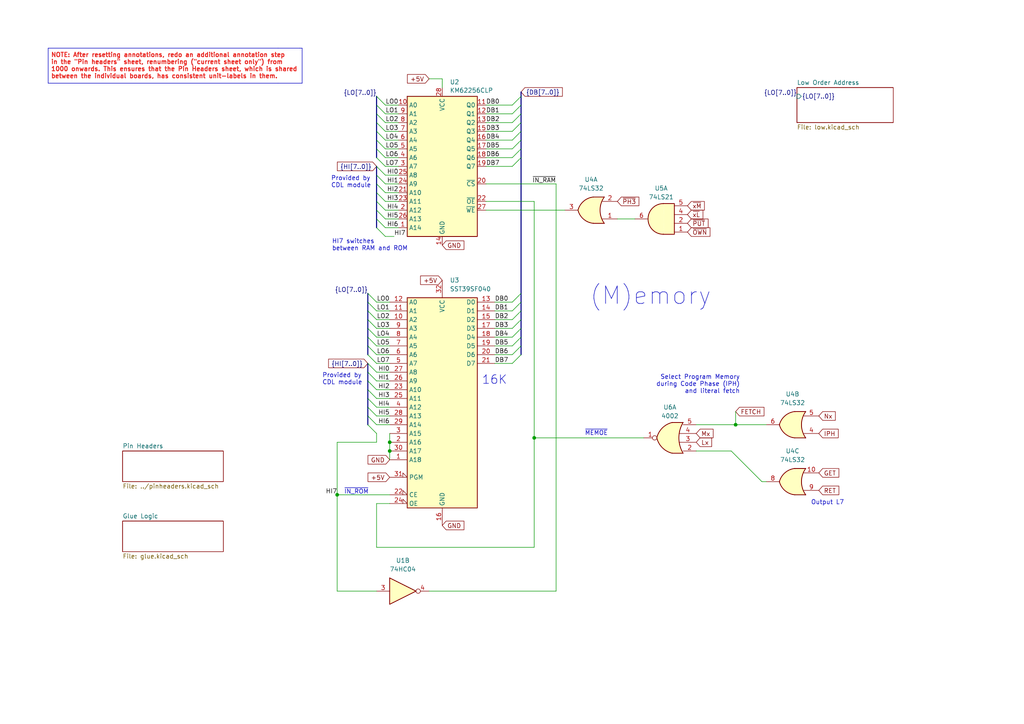
<source format=kicad_sch>
(kicad_sch (version 20231120) (generator "eeschema") (generator_version "8.0")
  (paper "A4")
  (title_block (title "Myth Microcontroller Project") (date "2024-09-21") (rev "1") (company "Picwok.com") (comment 1 "Project Contact: mim@ok-schalter.de (Michael)") (comment 2 "Author: Copyr. 2024 Michael Mangelsdorf/Dosflange@github") (comment 3 "Memory Module") (comment 4 "Main Sheet"))
  (lib_symbols
    (symbol "4xxx:4002" (pin_names (offset 1.016))
      (property "Reference" "U" (at 0 1.27 0))
      (property "Value" "4002" (at 0 -1.27 0))
      (symbol "4002_1_1"
        (arc (start -3.81 -4.445) (mid -2.5908 0) (end -3.81 4.445) (stroke (width 0.254)))
        (arc (start -0.6096 -4.445) (mid 2.2246 -2.8422) (end 3.81 0) (stroke (width 0.254)) (fill (type background)))
        (polyline (pts (xy -3.81 -4.445) (xy -0.635 -4.445)) (stroke (width 0.254)) (fill (type background)))
        (polyline (pts (xy -3.81 4.445) (xy -0.635 4.445)) (stroke (width 0.254)) (fill (type background)))
        (polyline (pts (xy -0.635 4.445) (xy -3.81 4.445) (xy -3.81 4.445) (xy -3.6322 4.0894) (xy -3.0988 2.921) (xy -2.7686 1.6764) (xy -2.6162 0.4318) (xy -2.6416 -0.8636) (xy -2.8702 -2.1082) (xy -3.2512 -3.3274) (xy -3.81 -4.445) (xy -3.81 -4.445) (xy -0.635 -4.445)) (stroke (width -25.4)) (fill (type background)))
        (arc (start 3.81 0) (mid 2.2204 2.8379) (end -0.6096 4.445) (stroke (width 0.254)) (fill (type background)))
        (pin output inverted (at 7.62 0 180) (length 3.81) (name "~") (number "1"))
        (pin input line (at -7.62 3.81 0) (length 3.81) (name "~") (number "2"))
        (pin input line (at -7.62 1.27 0) (length 4.826) (name "~") (number "3"))
        (pin input line (at -7.62 -1.27 0) (length 4.826) (name "~") (number "4"))
        (pin input line (at -7.62 -3.81 0) (length 3.81) (name "~") (number "5"))
      )
      (symbol "4002_1_2"
        (arc (start -0.635 -4.445) (mid 3.7907 0) (end -0.635 4.445) (stroke (width 0.254)) (fill (type background)))
        (polyline (pts (xy -0.635 4.445) (xy -3.81 4.445) (xy -3.81 -4.445) (xy -0.635 -4.445)) (stroke (width 0.254)) (fill (type background)))
        (pin output line (at 7.62 0 180) (length 3.81) (name "~") (number "1"))
        (pin input inverted (at -7.62 3.81 0) (length 3.81) (name "~") (number "2"))
        (pin input inverted (at -7.62 1.27 0) (length 3.81) (name "~") (number "3"))
        (pin input inverted (at -7.62 -1.27 0) (length 3.81) (name "~") (number "4"))
        (pin input inverted (at -7.62 -3.81 0) (length 3.81) (name "~") (number "5"))
      )
      (symbol "4002_2_1"
        (arc (start -3.81 -4.445) (mid -2.5908 0) (end -3.81 4.445) (stroke (width 0.254)))
        (arc (start -0.6096 -4.445) (mid 2.2246 -2.8422) (end 3.81 0) (stroke (width 0.254)) (fill (type background)))
        (polyline (pts (xy -3.81 -4.445) (xy -0.635 -4.445)) (stroke (width 0.254)) (fill (type background)))
        (polyline (pts (xy -3.81 4.445) (xy -0.635 4.445)) (stroke (width 0.254)) (fill (type background)))
        (polyline (pts (xy -0.635 4.445) (xy -3.81 4.445) (xy -3.81 4.445) (xy -3.6322 4.0894) (xy -3.0988 2.921) (xy -2.7686 1.6764) (xy -2.6162 0.4318) (xy -2.6416 -0.8636) (xy -2.8702 -2.1082) (xy -3.2512 -3.3274) (xy -3.81 -4.445) (xy -3.81 -4.445) (xy -0.635 -4.445)) (stroke (width -25.4)) (fill (type background)))
        (arc (start 3.81 0) (mid 2.2204 2.8379) (end -0.6096 4.445) (stroke (width 0.254)) (fill (type background)))
        (pin input line (at -7.62 1.27 0) (length 4.826) (name "~") (number "10"))
        (pin input line (at -7.62 -1.27 0) (length 4.826) (name "~") (number "11"))
        (pin input line (at -7.62 -3.81 0) (length 3.81) (name "~") (number "12"))
        (pin output inverted (at 7.62 0 180) (length 3.81) (name "~") (number "13"))
        (pin input line (at -7.62 3.81 0) (length 3.81) (name "~") (number "9"))
      )
      (symbol "4002_2_2"
        (arc (start -0.635 -4.445) (mid 3.7907 0) (end -0.635 4.445) (stroke (width 0.254)) (fill (type background)))
        (polyline (pts (xy -0.635 4.445) (xy -3.81 4.445) (xy -3.81 -4.445) (xy -0.635 -4.445)) (stroke (width 0.254)) (fill (type background)))
        (pin input inverted (at -7.62 1.27 0) (length 3.81) (name "~") (number "10"))
        (pin input inverted (at -7.62 -1.27 0) (length 3.81) (name "~") (number "11"))
        (pin input inverted (at -7.62 -3.81 0) (length 3.81) (name "~") (number "12"))
        (pin output line (at 7.62 0 180) (length 3.81) (name "~") (number "13"))
        (pin input inverted (at -7.62 3.81 0) (length 3.81) (name "~") (number "9"))
      )
      (symbol "4002_3_0"
        (pin power_in line (at 0 12.7 270) (length 5.08) (name "VDD") (number "14"))
        (pin power_in line (at 0 -12.7 90) (length 5.08) (name "VSS") (number "7"))
      )
      (symbol "4002_3_1"
        (rectangle (start -5.08 7.62) (end 5.08 -7.62) (stroke (width 0.254)) (fill (type background)))
      )
    )
    (symbol "74xx:74HC04"
      (property "Reference" "U" (at 0 1.27 0))
      (property "Value" "74HC04" (at 0 -1.27 0))
      (symbol "74HC04_1_0"
        (polyline (pts (xy -3.81 3.81) (xy -3.81 -3.81) (xy 3.81 0) (xy -3.81 3.81)) (stroke (width 0.254)) (fill (type background)))
        (pin input line (at -7.62 0 0) (length 3.81) (name "~") (number "1"))
        (pin output inverted (at 7.62 0 180) (length 3.81) (name "~") (number "2"))
      )
      (symbol "74HC04_2_0"
        (polyline (pts (xy -3.81 3.81) (xy -3.81 -3.81) (xy 3.81 0) (xy -3.81 3.81)) (stroke (width 0.254)) (fill (type background)))
        (pin input line (at -7.62 0 0) (length 3.81) (name "~") (number "3"))
        (pin output inverted (at 7.62 0 180) (length 3.81) (name "~") (number "4"))
      )
      (symbol "74HC04_3_0"
        (polyline (pts (xy -3.81 3.81) (xy -3.81 -3.81) (xy 3.81 0) (xy -3.81 3.81)) (stroke (width 0.254)) (fill (type background)))
        (pin input line (at -7.62 0 0) (length 3.81) (name "~") (number "5"))
        (pin output inverted (at 7.62 0 180) (length 3.81) (name "~") (number "6"))
      )
      (symbol "74HC04_4_0"
        (polyline (pts (xy -3.81 3.81) (xy -3.81 -3.81) (xy 3.81 0) (xy -3.81 3.81)) (stroke (width 0.254)) (fill (type background)))
        (pin output inverted (at 7.62 0 180) (length 3.81) (name "~") (number "8"))
        (pin input line (at -7.62 0 0) (length 3.81) (name "~") (number "9"))
      )
      (symbol "74HC04_5_0"
        (polyline (pts (xy -3.81 3.81) (xy -3.81 -3.81) (xy 3.81 0) (xy -3.81 3.81)) (stroke (width 0.254)) (fill (type background)))
        (pin output inverted (at 7.62 0 180) (length 3.81) (name "~") (number "10"))
        (pin input line (at -7.62 0 0) (length 3.81) (name "~") (number "11"))
      )
      (symbol "74HC04_6_0"
        (polyline (pts (xy -3.81 3.81) (xy -3.81 -3.81) (xy 3.81 0) (xy -3.81 3.81)) (stroke (width 0.254)) (fill (type background)))
        (pin output inverted (at 7.62 0 180) (length 3.81) (name "~") (number "12"))
        (pin input line (at -7.62 0 0) (length 3.81) (name "~") (number "13"))
      )
      (symbol "74HC04_7_0"
        (pin power_in line (at 0 12.7 270) (length 5.08) (name "VCC") (number "14"))
        (pin power_in line (at 0 -12.7 90) (length 5.08) (name "GND") (number "7"))
      )
      (symbol "74HC04_7_1"
        (rectangle (start -5.08 7.62) (end 5.08 -7.62) (stroke (width 0.254)) (fill (type background)))
      )
    )
    (symbol "74xx:74LS21" (pin_names (offset 1.016))
      (property "Reference" "U" (at 0 1.27 0))
      (property "Value" "74LS21" (at 0 -1.27 0))
      (symbol "74LS21_1_1"
        (arc (start -0.635 -4.445) (mid 3.7907 0) (end -0.635 4.445) (stroke (width 0.254)) (fill (type background)))
        (polyline (pts (xy -0.635 4.445) (xy -3.81 4.445) (xy -3.81 -4.445) (xy -0.635 -4.445)) (stroke (width 0.254)) (fill (type background)))
        (pin input line (at -7.62 3.81 0) (length 3.81) (name "~") (number "1"))
        (pin input line (at -7.62 1.27 0) (length 3.81) (name "~") (number "2"))
        (pin input line (at -7.62 -1.27 0) (length 3.81) (name "~") (number "4"))
        (pin input line (at -7.62 -3.81 0) (length 3.81) (name "~") (number "5"))
        (pin output line (at 7.62 0 180) (length 3.81) (name "~") (number "6"))
      )
      (symbol "74LS21_1_2"
        (arc (start -3.81 -4.445) (mid -2.5908 0) (end -3.81 4.445) (stroke (width 0.254)))
        (arc (start -0.6096 -4.445) (mid 2.2246 -2.8422) (end 3.81 0) (stroke (width 0.254)) (fill (type background)))
        (polyline (pts (xy -3.81 -4.445) (xy -0.635 -4.445)) (stroke (width 0.254)) (fill (type background)))
        (polyline (pts (xy -3.81 4.445) (xy -0.635 4.445)) (stroke (width 0.254)) (fill (type background)))
        (polyline (pts (xy -0.635 4.445) (xy -3.81 4.445) (xy -3.81 4.445) (xy -3.6322 4.0894) (xy -3.0988 2.921) (xy -2.7686 1.6764) (xy -2.6162 0.4318) (xy -2.6416 -0.8636) (xy -2.8702 -2.1082) (xy -3.2512 -3.3274) (xy -3.81 -4.445) (xy -3.81 -4.445) (xy -0.635 -4.445)) (stroke (width -25.4)) (fill (type background)))
        (arc (start 3.81 0) (mid 2.2204 2.8379) (end -0.6096 4.445) (stroke (width 0.254)) (fill (type background)))
        (pin input inverted (at -7.62 3.81 0) (length 3.81) (name "~") (number "1"))
        (pin input inverted (at -7.62 1.27 0) (length 4.826) (name "~") (number "2"))
        (pin input inverted (at -7.62 -1.27 0) (length 4.826) (name "~") (number "4"))
        (pin input inverted (at -7.62 -3.81 0) (length 3.81) (name "~") (number "5"))
        (pin output inverted (at 7.62 0 180) (length 3.81) (name "~") (number "6"))
      )
      (symbol "74LS21_2_1"
        (arc (start -0.635 -4.445) (mid 3.7907 0) (end -0.635 4.445) (stroke (width 0.254)) (fill (type background)))
        (polyline (pts (xy -0.635 4.445) (xy -3.81 4.445) (xy -3.81 -4.445) (xy -0.635 -4.445)) (stroke (width 0.254)) (fill (type background)))
        (pin input line (at -7.62 1.27 0) (length 3.81) (name "~") (number "10"))
        (pin input line (at -7.62 -1.27 0) (length 3.81) (name "~") (number "12"))
        (pin input line (at -7.62 -3.81 0) (length 3.81) (name "~") (number "13"))
        (pin output line (at 7.62 0 180) (length 3.81) (name "~") (number "8"))
        (pin input line (at -7.62 3.81 0) (length 3.81) (name "~") (number "9"))
      )
      (symbol "74LS21_2_2"
        (arc (start -3.81 -4.445) (mid -2.5908 0) (end -3.81 4.445) (stroke (width 0.254)))
        (arc (start -0.6096 -4.445) (mid 2.2246 -2.8422) (end 3.81 0) (stroke (width 0.254)) (fill (type background)))
        (polyline (pts (xy -3.81 -4.445) (xy -0.635 -4.445)) (stroke (width 0.254)) (fill (type background)))
        (polyline (pts (xy -3.81 4.445) (xy -0.635 4.445)) (stroke (width 0.254)) (fill (type background)))
        (polyline (pts (xy -0.635 4.445) (xy -3.81 4.445) (xy -3.81 4.445) (xy -3.6322 4.0894) (xy -3.0988 2.921) (xy -2.7686 1.6764) (xy -2.6162 0.4318) (xy -2.6416 -0.8636) (xy -2.8702 -2.1082) (xy -3.2512 -3.3274) (xy -3.81 -4.445) (xy -3.81 -4.445) (xy -0.635 -4.445)) (stroke (width -25.4)) (fill (type background)))
        (arc (start 3.81 0) (mid 2.2204 2.8379) (end -0.6096 4.445) (stroke (width 0.254)) (fill (type background)))
        (pin input inverted (at -7.62 1.27 0) (length 4.826) (name "~") (number "10"))
        (pin input inverted (at -7.62 -1.27 0) (length 4.826) (name "~") (number "12"))
        (pin input inverted (at -7.62 -3.81 0) (length 3.81) (name "~") (number "13"))
        (pin output inverted (at 7.62 0 180) (length 3.81) (name "~") (number "8"))
        (pin input inverted (at -7.62 3.81 0) (length 3.81) (name "~") (number "9"))
      )
      (symbol "74LS21_3_0"
        (pin power_in line (at 0 12.7 270) (length 5.08) (name "VCC") (number "14"))
        (pin power_in line (at 0 -12.7 90) (length 5.08) (name "GND") (number "7"))
      )
      (symbol "74LS21_3_1"
        (rectangle (start -5.08 7.62) (end 5.08 -7.62) (stroke (width 0.254)) (fill (type background)))
      )
    )
    (symbol "74xx:74LS32" (pin_names (offset 1.016))
      (property "Reference" "U" (at 0 1.27 0))
      (property "Value" "74LS32" (at 0 -1.27 0))
      (symbol "74LS32_1_1"
        (arc (start -3.81 -3.81) (mid -2.589 0) (end -3.81 3.81) (stroke (width 0.254)))
        (arc (start -0.6096 -3.81) (mid 2.1855 -2.584) (end 3.81 0) (stroke (width 0.254)) (fill (type background)))
        (polyline (pts (xy -3.81 -3.81) (xy -0.635 -3.81)) (stroke (width 0.254)) (fill (type background)))
        (polyline (pts (xy -3.81 3.81) (xy -0.635 3.81)) (stroke (width 0.254)) (fill (type background)))
        (polyline (pts (xy -0.635 3.81) (xy -3.81 3.81) (xy -3.81 3.81) (xy -3.556 3.4036) (xy -3.0226 2.2606) (xy -2.6924 1.0414) (xy -2.6162 -0.254) (xy -2.7686 -1.4986) (xy -3.175 -2.7178) (xy -3.81 -3.81) (xy -3.81 -3.81) (xy -0.635 -3.81)) (stroke (width -25.4)) (fill (type background)))
        (arc (start 3.81 0) (mid 2.1928 2.5925) (end -0.6096 3.81) (stroke (width 0.254)) (fill (type background)))
        (pin input line (at -7.62 2.54 0) (length 4.318) (name "~") (number "1"))
        (pin input line (at -7.62 -2.54 0) (length 4.318) (name "~") (number "2"))
        (pin output line (at 7.62 0 180) (length 3.81) (name "~") (number "3"))
      )
      (symbol "74LS32_1_2"
        (arc (start 0 -3.81) (mid 3.7934 0) (end 0 3.81) (stroke (width 0.254)) (fill (type background)))
        (polyline (pts (xy 0 3.81) (xy -3.81 3.81) (xy -3.81 -3.81) (xy 0 -3.81)) (stroke (width 0.254)) (fill (type background)))
        (pin input inverted (at -7.62 2.54 0) (length 3.81) (name "~") (number "1"))
        (pin input inverted (at -7.62 -2.54 0) (length 3.81) (name "~") (number "2"))
        (pin output inverted (at 7.62 0 180) (length 3.81) (name "~") (number "3"))
      )
      (symbol "74LS32_2_1"
        (arc (start -3.81 -3.81) (mid -2.589 0) (end -3.81 3.81) (stroke (width 0.254)))
        (arc (start -0.6096 -3.81) (mid 2.1855 -2.584) (end 3.81 0) (stroke (width 0.254)) (fill (type background)))
        (polyline (pts (xy -3.81 -3.81) (xy -0.635 -3.81)) (stroke (width 0.254)) (fill (type background)))
        (polyline (pts (xy -3.81 3.81) (xy -0.635 3.81)) (stroke (width 0.254)) (fill (type background)))
        (polyline (pts (xy -0.635 3.81) (xy -3.81 3.81) (xy -3.81 3.81) (xy -3.556 3.4036) (xy -3.0226 2.2606) (xy -2.6924 1.0414) (xy -2.6162 -0.254) (xy -2.7686 -1.4986) (xy -3.175 -2.7178) (xy -3.81 -3.81) (xy -3.81 -3.81) (xy -0.635 -3.81)) (stroke (width -25.4)) (fill (type background)))
        (arc (start 3.81 0) (mid 2.1928 2.5925) (end -0.6096 3.81) (stroke (width 0.254)) (fill (type background)))
        (pin input line (at -7.62 2.54 0) (length 4.318) (name "~") (number "4"))
        (pin input line (at -7.62 -2.54 0) (length 4.318) (name "~") (number "5"))
        (pin output line (at 7.62 0 180) (length 3.81) (name "~") (number "6"))
      )
      (symbol "74LS32_2_2"
        (arc (start 0 -3.81) (mid 3.7934 0) (end 0 3.81) (stroke (width 0.254)) (fill (type background)))
        (polyline (pts (xy 0 3.81) (xy -3.81 3.81) (xy -3.81 -3.81) (xy 0 -3.81)) (stroke (width 0.254)) (fill (type background)))
        (pin input inverted (at -7.62 2.54 0) (length 3.81) (name "~") (number "4"))
        (pin input inverted (at -7.62 -2.54 0) (length 3.81) (name "~") (number "5"))
        (pin output inverted (at 7.62 0 180) (length 3.81) (name "~") (number "6"))
      )
      (symbol "74LS32_3_1"
        (arc (start -3.81 -3.81) (mid -2.589 0) (end -3.81 3.81) (stroke (width 0.254)))
        (arc (start -0.6096 -3.81) (mid 2.1855 -2.584) (end 3.81 0) (stroke (width 0.254)) (fill (type background)))
        (polyline (pts (xy -3.81 -3.81) (xy -0.635 -3.81)) (stroke (width 0.254)) (fill (type background)))
        (polyline (pts (xy -3.81 3.81) (xy -0.635 3.81)) (stroke (width 0.254)) (fill (type background)))
        (polyline (pts (xy -0.635 3.81) (xy -3.81 3.81) (xy -3.81 3.81) (xy -3.556 3.4036) (xy -3.0226 2.2606) (xy -2.6924 1.0414) (xy -2.6162 -0.254) (xy -2.7686 -1.4986) (xy -3.175 -2.7178) (xy -3.81 -3.81) (xy -3.81 -3.81) (xy -0.635 -3.81)) (stroke (width -25.4)) (fill (type background)))
        (arc (start 3.81 0) (mid 2.1928 2.5925) (end -0.6096 3.81) (stroke (width 0.254)) (fill (type background)))
        (pin input line (at -7.62 -2.54 0) (length 4.318) (name "~") (number "10"))
        (pin output line (at 7.62 0 180) (length 3.81) (name "~") (number "8"))
        (pin input line (at -7.62 2.54 0) (length 4.318) (name "~") (number "9"))
      )
      (symbol "74LS32_3_2"
        (arc (start 0 -3.81) (mid 3.7934 0) (end 0 3.81) (stroke (width 0.254)) (fill (type background)))
        (polyline (pts (xy 0 3.81) (xy -3.81 3.81) (xy -3.81 -3.81) (xy 0 -3.81)) (stroke (width 0.254)) (fill (type background)))
        (pin input inverted (at -7.62 -2.54 0) (length 3.81) (name "~") (number "10"))
        (pin output inverted (at 7.62 0 180) (length 3.81) (name "~") (number "8"))
        (pin input inverted (at -7.62 2.54 0) (length 3.81) (name "~") (number "9"))
      )
      (symbol "74LS32_4_1"
        (arc (start -3.81 -3.81) (mid -2.589 0) (end -3.81 3.81) (stroke (width 0.254)))
        (arc (start -0.6096 -3.81) (mid 2.1855 -2.584) (end 3.81 0) (stroke (width 0.254)) (fill (type background)))
        (polyline (pts (xy -3.81 -3.81) (xy -0.635 -3.81)) (stroke (width 0.254)) (fill (type background)))
        (polyline (pts (xy -3.81 3.81) (xy -0.635 3.81)) (stroke (width 0.254)) (fill (type background)))
        (polyline (pts (xy -0.635 3.81) (xy -3.81 3.81) (xy -3.81 3.81) (xy -3.556 3.4036) (xy -3.0226 2.2606) (xy -2.6924 1.0414) (xy -2.6162 -0.254) (xy -2.7686 -1.4986) (xy -3.175 -2.7178) (xy -3.81 -3.81) (xy -3.81 -3.81) (xy -0.635 -3.81)) (stroke (width -25.4)) (fill (type background)))
        (arc (start 3.81 0) (mid 2.1928 2.5925) (end -0.6096 3.81) (stroke (width 0.254)) (fill (type background)))
        (pin output line (at 7.62 0 180) (length 3.81) (name "~") (number "11"))
        (pin input line (at -7.62 2.54 0) (length 4.318) (name "~") (number "12"))
        (pin input line (at -7.62 -2.54 0) (length 4.318) (name "~") (number "13"))
      )
      (symbol "74LS32_4_2"
        (arc (start 0 -3.81) (mid 3.7934 0) (end 0 3.81) (stroke (width 0.254)) (fill (type background)))
        (polyline (pts (xy 0 3.81) (xy -3.81 3.81) (xy -3.81 -3.81) (xy 0 -3.81)) (stroke (width 0.254)) (fill (type background)))
        (pin output inverted (at 7.62 0 180) (length 3.81) (name "~") (number "11"))
        (pin input inverted (at -7.62 2.54 0) (length 3.81) (name "~") (number "12"))
        (pin input inverted (at -7.62 -2.54 0) (length 3.81) (name "~") (number "13"))
      )
      (symbol "74LS32_5_0"
        (pin power_in line (at 0 12.7 270) (length 5.08) (name "VCC") (number "14"))
        (pin power_in line (at 0 -12.7 90) (length 5.08) (name "GND") (number "7"))
      )
      (symbol "74LS32_5_1"
        (rectangle (start -5.08 7.62) (end 5.08 -7.62) (stroke (width 0.254)) (fill (type background)))
      )
    )
    (symbol "Memory_RAM:KM62256CLP"
      (property "Reference" "U" (at -10.16 20.955 0))
      (property "Value" "KM62256CLP" (at 2.54 20.955 0))
      (symbol "KM62256CLP_0_0"
        (pin power_in line (at 0 -22.86 90) (length 2.54) (name "GND") (number "14"))
        (pin power_in line (at 0 22.86 270) (length 2.54) (name "VCC") (number "28"))
      )
      (symbol "KM62256CLP_0_1"
        (rectangle (start -10.16 20.32) (end 10.16 -20.32) (stroke (width 0.254)) (fill (type background)))
      )
      (symbol "KM62256CLP_1_1"
        (pin input line (at -12.7 -17.78 0) (length 2.54) (name "A14") (number "1"))
        (pin input line (at -12.7 17.78 0) (length 2.54) (name "A0") (number "10"))
        (pin tri_state line (at 12.7 17.78 180) (length 2.54) (name "Q0") (number "11"))
        (pin tri_state line (at 12.7 15.24 180) (length 2.54) (name "Q1") (number "12"))
        (pin tri_state line (at 12.7 12.7 180) (length 2.54) (name "Q2") (number "13"))
        (pin tri_state line (at 12.7 10.16 180) (length 2.54) (name "Q3") (number "15"))
        (pin tri_state line (at 12.7 7.62 180) (length 2.54) (name "Q4") (number "16"))
        (pin tri_state line (at 12.7 5.08 180) (length 2.54) (name "Q5") (number "17"))
        (pin tri_state line (at 12.7 2.54 180) (length 2.54) (name "Q6") (number "18"))
        (pin tri_state line (at 12.7 0 180) (length 2.54) (name "Q7") (number "19"))
        (pin input line (at -12.7 -12.7 0) (length 2.54) (name "A12") (number "2"))
        (pin input line (at 12.7 -5.08 180) (length 2.54) (name "~{CS}") (number "20"))
        (pin input line (at -12.7 -7.62 0) (length 2.54) (name "A10") (number "21"))
        (pin input line (at 12.7 -10.16 180) (length 2.54) (name "~{OE}") (number "22"))
        (pin input line (at -12.7 -10.16 0) (length 2.54) (name "A11") (number "23"))
        (pin input line (at -12.7 -5.08 0) (length 2.54) (name "A9") (number "24"))
        (pin input line (at -12.7 -2.54 0) (length 2.54) (name "A8") (number "25"))
        (pin input line (at -12.7 -15.24 0) (length 2.54) (name "A13") (number "26"))
        (pin input line (at 12.7 -12.7 180) (length 2.54) (name "~{WE}") (number "27"))
        (pin input line (at -12.7 0 0) (length 2.54) (name "A7") (number "3"))
        (pin input line (at -12.7 2.54 0) (length 2.54) (name "A6") (number "4"))
        (pin input line (at -12.7 5.08 0) (length 2.54) (name "A5") (number "5"))
        (pin input line (at -12.7 7.62 0) (length 2.54) (name "A4") (number "6"))
        (pin input line (at -12.7 10.16 0) (length 2.54) (name "A3") (number "7"))
        (pin input line (at -12.7 12.7 0) (length 2.54) (name "A2") (number "8"))
        (pin input line (at -12.7 15.24 0) (length 2.54) (name "A1") (number "9"))
      )
    )
    (symbol "SST39SF040_1"
      (property "Reference" "U" (at 2.54 33.02 0))
      (property "Value" "SST39SF040" (at 0 -30.48 0))
      (symbol "SST39SF040_1_0_0"
        (pin power_in line (at 0 -34.29 90) (length 5.08) (name "GND") (number "16"))
        (pin power_in line (at 0 36.83 270) (length 5.08) (name "VCC") (number "32"))
      )
      (symbol "SST39SF040_1_0_1"
        (rectangle (start -10.16 31.75) (end 10.16 -29.21) (stroke (width 0.254)) (fill (type background)))
      )
      (symbol "SST39SF040_1_1_1"
        (pin input line (at -15.24 -15.24 0) (length 5.08) (name "A18") (number "1"))
        (pin input line (at -15.24 25.4 0) (length 5.08) (name "A2") (number "10"))
        (pin input line (at -15.24 27.94 0) (length 5.08) (name "A1") (number "11"))
        (pin input line (at -15.24 30.48 0) (length 5.08) (name "A0") (number "12"))
        (pin tri_state line (at 15.24 30.48 180) (length 5.08) (name "D0") (number "13"))
        (pin tri_state line (at 15.24 27.94 180) (length 5.08) (name "D1") (number "14"))
        (pin tri_state line (at 15.24 25.4 180) (length 5.08) (name "D2") (number "15"))
        (pin tri_state line (at 15.24 22.86 180) (length 5.08) (name "D3") (number "17"))
        (pin tri_state line (at 15.24 20.32 180) (length 5.08) (name "D4") (number "18"))
        (pin tri_state line (at 15.24 17.78 180) (length 5.08) (name "D5") (number "19"))
        (pin input line (at -15.24 -10.16 0) (length 5.08) (name "A16") (number "2"))
        (pin tri_state line (at 15.24 15.24 180) (length 5.08) (name "D6") (number "20"))
        (pin tri_state line (at 15.24 12.7 180) (length 5.08) (name "D7") (number "21"))
        (pin input input_low (at -15.24 -25.4 0) (length 5.08) (name "CE") (number "22"))
        (pin input line (at -15.24 5.08 0) (length 5.08) (name "A10") (number "23"))
        (pin input input_low (at -15.24 -27.94 0) (length 5.08) (name "OE") (number "24"))
        (pin input line (at -15.24 2.54 0) (length 5.08) (name "A11") (number "25"))
        (pin input line (at -15.24 7.62 0) (length 5.08) (name "A9") (number "26"))
        (pin input line (at -15.24 10.16 0) (length 5.08) (name "A8") (number "27"))
        (pin input line (at -15.24 -2.54 0) (length 5.08) (name "A13") (number "28"))
        (pin input line (at -15.24 -5.08 0) (length 5.08) (name "A14") (number "29"))
        (pin input line (at -15.24 -7.62 0) (length 5.08) (name "A15") (number "3"))
        (pin input line (at -15.24 -12.7 0) (length 5.08) (name "A17") (number "30"))
        (pin input input_low (at -15.24 -20.32 0) (length 5.08) (name "PGM") (number "31"))
        (pin input line (at -15.24 0 0) (length 5.08) (name "A12") (number "4"))
        (pin input line (at -15.24 12.7 0) (length 5.08) (name "A7") (number "5"))
        (pin input line (at -15.24 15.24 0) (length 5.08) (name "A6") (number "6"))
        (pin input line (at -15.24 17.78 0) (length 5.08) (name "A5") (number "7"))
        (pin input line (at -15.24 20.32 0) (length 5.08) (name "A4") (number "8"))
        (pin input line (at -15.24 22.86 0) (length 5.08) (name "A3") (number "9"))
      )
    )
  )
  (junction (at 213.36 123.19))
  (junction (at 154.94 127))
  (junction (at 113.03 130.81))
  (junction (at 97.79 143.51))
  (junction (at 113.03 128.27))
  (bus_entry (at 109.22 87.63) (size -2.54 -2.54))
  (bus_entry (at 148.59 48.26) (size 2.54 -2.54))
  (bus_entry (at 148.59 97.79) (size 2.54 -2.54))
  (bus_entry (at 111.76 48.26) (size -2.54 -2.54))
  (bus_entry (at 109.22 120.65) (size -2.54 -2.54))
  (bus_entry (at 148.59 43.18) (size 2.54 -2.54))
  (bus_entry (at 148.59 33.02) (size 2.54 -2.54))
  (bus_entry (at 111.76 68.58) (size -2.54 -2.54))
  (bus_entry (at 109.22 102.87) (size -2.54 -2.54))
  (bus_entry (at 148.59 40.64) (size 2.54 -2.54))
  (bus_entry (at 148.59 92.71) (size 2.54 -2.54))
  (bus_entry (at 148.59 45.72) (size 2.54 -2.54))
  (bus_entry (at 111.76 55.88) (size -2.54 -2.54))
  (bus_entry (at 109.22 118.11) (size -2.54 -2.54))
  (bus_entry (at 109.22 105.41) (size -2.54 -2.54))
  (bus_entry (at 111.76 50.8) (size -2.54 -2.54))
  (bus_entry (at 109.22 107.95) (size -2.54 -2.54))
  (bus_entry (at 109.22 92.71) (size -2.54 -2.54))
  (bus_entry (at 148.59 90.17) (size 2.54 -2.54))
  (bus_entry (at 109.22 100.33) (size -2.54 -2.54))
  (bus_entry (at 111.76 33.02) (size -2.54 -2.54))
  (bus_entry (at 111.76 30.48) (size -2.54 -2.54))
  (bus_entry (at 148.59 100.33) (size 2.54 -2.54))
  (bus_entry (at 111.76 45.72) (size -2.54 -2.54))
  (bus_entry (at 109.22 123.19) (size -2.54 -2.54))
  (bus_entry (at 148.59 95.25) (size 2.54 -2.54))
  (bus_entry (at 109.22 97.79) (size -2.54 -2.54))
  (bus_entry (at 111.76 66.04) (size -2.54 -2.54))
  (bus_entry (at 111.76 43.18) (size -2.54 -2.54))
  (bus_entry (at 109.22 95.25) (size -2.54 -2.54))
  (bus_entry (at 111.76 60.96) (size -2.54 -2.54))
  (bus_entry (at 148.59 30.48) (size 2.54 -2.54))
  (bus_entry (at 109.22 115.57) (size -2.54 -2.54))
  (bus_entry (at 148.59 102.87) (size 2.54 -2.54))
  (bus_entry (at 109.22 90.17) (size -2.54 -2.54))
  (bus_entry (at 109.22 125.73) (size -2.54 -2.54))
  (bus_entry (at 109.22 110.49) (size -2.54 -2.54))
  (bus_entry (at 111.76 58.42) (size -2.54 -2.54))
  (bus_entry (at 148.59 105.41) (size 2.54 -2.54))
  (bus_entry (at 111.76 63.5) (size -2.54 -2.54))
  (bus_entry (at 148.59 35.56) (size 2.54 -2.54))
  (bus_entry (at 111.76 35.56) (size -2.54 -2.54))
  (bus_entry (at 148.59 87.63) (size 2.54 -2.54))
  (bus_entry (at 109.22 113.03) (size -2.54 -2.54))
  (bus_entry (at 148.59 38.1) (size 2.54 -2.54))
  (bus_entry (at 111.76 40.64) (size -2.54 -2.54))
  (bus_entry (at 111.76 53.34) (size -2.54 -2.54))
  (bus_entry (at 111.76 38.1) (size -2.54 -2.54))
  (bus (pts (xy 106.68 85.09) (xy 106.68 87.63)))
  (wire (pts (xy 109.22 146.05) (xy 113.03 146.05)))
  (wire (pts (xy 140.97 60.96) (xy 163.83 60.96)))
  (wire (pts (xy 109.22 158.75) (xy 109.22 146.05)))
  (wire (pts (xy 111.76 43.18) (xy 115.57 43.18)))
  (bus (pts (xy 109.22 50.8) (xy 109.22 53.34)))
  (bus (pts (xy 106.68 105.41) (xy 106.68 107.95)))
  (bus (pts (xy 151.13 45.72) (xy 151.13 85.09)))
  (wire (pts (xy 109.22 90.17) (xy 113.03 90.17)))
  (wire (pts (xy 111.76 60.96) (xy 115.57 60.96)))
  (bus (pts (xy 109.22 48.26) (xy 109.22 50.8)))
  (wire (pts (xy 109.22 123.19) (xy 113.03 123.19)))
  (wire (pts (xy 113.03 125.73) (xy 113.03 128.27)))
  (wire (pts (xy 111.76 30.48) (xy 115.57 30.48)))
  (bus (pts (xy 151.13 87.63) (xy 151.13 90.17)))
  (wire (pts (xy 97.79 128.27) (xy 97.79 143.51)))
  (wire (pts (xy 111.76 38.1) (xy 115.57 38.1)))
  (wire (pts (xy 140.97 35.56) (xy 148.59 35.56)))
  (bus (pts (xy 151.13 40.64) (xy 151.13 43.18)))
  (bus (pts (xy 151.13 95.25) (xy 151.13 97.79)))
  (wire (pts (xy 97.79 143.51) (xy 97.79 171.45)))
  (wire (pts (xy 97.79 128.27) (xy 109.22 128.27)))
  (wire (pts (xy 111.76 58.42) (xy 115.57 58.42)))
  (wire (pts (xy 109.22 120.65) (xy 113.03 120.65)))
  (bus (pts (xy 109.22 55.88) (xy 109.22 58.42)))
  (wire (pts (xy 109.22 95.25) (xy 113.03 95.25)))
  (wire (pts (xy 143.51 95.25) (xy 148.59 95.25)))
  (wire (pts (xy 109.22 118.11) (xy 113.03 118.11)))
  (bus (pts (xy 151.13 97.79) (xy 151.13 100.33)))
  (bus (pts (xy 109.22 33.02) (xy 109.22 35.56)))
  (bus (pts (xy 109.22 35.56) (xy 109.22 38.1)))
  (bus (pts (xy 151.13 85.09) (xy 151.13 87.63)))
  (wire (pts (xy 109.22 102.87) (xy 113.03 102.87)))
  (wire (pts (xy 143.51 100.33) (xy 148.59 100.33)))
  (bus (pts (xy 106.68 113.03) (xy 106.68 115.57)))
  (wire (pts (xy 154.94 127) (xy 186.69 127)))
  (bus (pts (xy 109.22 27.94) (xy 109.22 30.48)))
  (wire (pts (xy 140.97 53.34) (xy 161.29 53.34)))
  (wire (pts (xy 140.97 30.48) (xy 148.59 30.48)))
  (bus (pts (xy 109.22 38.1) (xy 109.22 40.64)))
  (polyline (pts (xy 80.645 24.13) (xy 87.63 24.13)))
  (bus (pts (xy 109.22 30.48) (xy 109.22 33.02)))
  (bus (pts (xy 151.13 30.48) (xy 151.13 33.02)))
  (wire (pts (xy 111.76 48.26) (xy 115.57 48.26)))
  (bus (pts (xy 151.13 92.71) (xy 151.13 95.25)))
  (wire (pts (xy 140.97 58.42) (xy 154.94 58.42)))
  (wire (pts (xy 154.94 127) (xy 154.94 158.75)))
  (wire (pts (xy 143.51 90.17) (xy 148.59 90.17)))
  (bus (pts (xy 109.22 40.64) (xy 109.22 43.18)))
  (wire (pts (xy 111.76 45.72) (xy 115.57 45.72)))
  (wire (pts (xy 109.22 87.63) (xy 113.03 87.63)))
  (bus (pts (xy 106.68 115.57) (xy 106.68 118.11)))
  (wire (pts (xy 111.76 33.02) (xy 115.57 33.02)))
  (wire (pts (xy 109.22 105.41) (xy 113.03 105.41)))
  (bus (pts (xy 106.68 87.63) (xy 106.68 90.17)))
  (bus (pts (xy 109.22 60.96) (xy 109.22 63.5)))
  (wire (pts (xy 113.03 128.27) (xy 113.03 130.81)))
  (bus (pts (xy 151.13 26.67) (xy 151.13 27.94)))
  (wire (pts (xy 179.07 63.5) (xy 184.15 63.5)))
  (wire (pts (xy 111.76 50.8) (xy 115.57 50.8)))
  (wire (pts (xy 201.93 123.19) (xy 213.36 123.19)))
  (wire (pts (xy 201.93 130.81) (xy 212.09 130.81)))
  (wire (pts (xy 109.22 113.03) (xy 113.03 113.03)))
  (wire (pts (xy 109.22 107.95) (xy 113.03 107.95)))
  (wire (pts (xy 124.46 22.86) (xy 128.27 22.86)))
  (wire (pts (xy 97.79 171.45) (xy 109.22 171.45)))
  (bus (pts (xy 151.13 38.1) (xy 151.13 40.64)))
  (wire (pts (xy 161.29 53.34) (xy 161.29 171.45)))
  (wire (pts (xy 109.22 125.73) (xy 109.22 128.27)))
  (wire (pts (xy 109.22 100.33) (xy 113.03 100.33)))
  (wire (pts (xy 140.97 43.18) (xy 148.59 43.18)))
  (wire (pts (xy 154.94 58.42) (xy 154.94 127)))
  (bus (pts (xy 106.68 107.95) (xy 106.68 110.49)))
  (wire (pts (xy 124.46 171.45) (xy 161.29 171.45)))
  (bus (pts (xy 109.22 53.34) (xy 109.22 55.88)))
  (wire (pts (xy 220.98 139.7) (xy 212.09 130.81)))
  (wire (pts (xy 222.25 123.19) (xy 213.36 123.19)))
  (wire (pts (xy 140.97 40.64) (xy 148.59 40.64)))
  (wire (pts (xy 113.03 143.51) (xy 97.79 143.51)))
  (wire (pts (xy 140.97 45.72) (xy 148.59 45.72)))
  (bus (pts (xy 109.22 63.5) (xy 109.22 66.04)))
  (wire (pts (xy 143.51 92.71) (xy 148.59 92.71)))
  (wire (pts (xy 213.36 119.38) (xy 213.36 123.19)))
  (wire (pts (xy 111.76 63.5) (xy 115.57 63.5)))
  (wire (pts (xy 111.76 66.04) (xy 115.57 66.04)))
  (wire (pts (xy 143.51 87.63) (xy 148.59 87.63)))
  (polyline (pts (xy 13.97 24.13) (xy 80.645 24.13)))
  (wire (pts (xy 143.51 97.79) (xy 148.59 97.79)))
  (bus (pts (xy 106.68 118.11) (xy 106.68 120.65)))
  (bus (pts (xy 106.68 97.79) (xy 106.68 100.33)))
  (bus (pts (xy 151.13 35.56) (xy 151.13 38.1)))
  (bus (pts (xy 151.13 33.02) (xy 151.13 35.56)))
  (wire (pts (xy 143.51 105.41) (xy 148.59 105.41)))
  (wire (pts (xy 109.22 110.49) (xy 113.03 110.49)))
  (wire (pts (xy 111.76 55.88) (xy 115.57 55.88)))
  (bus (pts (xy 151.13 90.17) (xy 151.13 92.71)))
  (wire (pts (xy 111.76 68.58) (xy 114.3 68.58)))
  (polyline (pts (xy 13.97 13.97) (xy 13.97 24.13)))
  (wire (pts (xy 109.22 97.79) (xy 113.03 97.79)))
  (bus (pts (xy 151.13 43.18) (xy 151.13 45.72)))
  (wire (pts (xy 109.22 115.57) (xy 113.03 115.57)))
  (wire (pts (xy 109.22 92.71) (xy 113.03 92.71)))
  (wire (pts (xy 111.76 40.64) (xy 115.57 40.64)))
  (wire (pts (xy 111.76 53.34) (xy 115.57 53.34)))
  (bus (pts (xy 151.13 27.94) (xy 151.13 30.48)))
  (wire (pts (xy 140.97 33.02) (xy 148.59 33.02)))
  (wire (pts (xy 109.22 158.75) (xy 154.94 158.75)))
  (bus (pts (xy 106.68 110.49) (xy 106.68 113.03)))
  (wire (pts (xy 128.27 22.86) (xy 128.27 25.4)))
  (bus (pts (xy 106.68 90.17) (xy 106.68 92.71)))
  (polyline (pts (xy 80.645 13.97) (xy 86.995 13.97)))
  (bus (pts (xy 151.13 100.33) (xy 151.13 102.87)))
  (wire (pts (xy 143.51 102.87) (xy 148.59 102.87)))
  (bus (pts (xy 106.68 120.65) (xy 106.68 123.19)))
  (bus (pts (xy 109.22 43.18) (xy 109.22 45.72)))
  (wire (pts (xy 111.76 35.56) (xy 115.57 35.56)))
  (polyline (pts (xy 87.63 13.97) (xy 87.63 24.13)))
  (bus (pts (xy 109.22 58.42) (xy 109.22 60.96)))
  (polyline (pts (xy 86.995 13.97) (xy 87.63 13.97)))
  (bus (pts (xy 106.68 92.71) (xy 106.68 95.25)))
  (wire (pts (xy 113.03 130.81) (xy 113.03 133.35)))
  (wire (pts (xy 140.97 48.26) (xy 148.59 48.26)))
  (bus (pts (xy 106.68 100.33) (xy 106.68 102.87)))
  (wire (pts (xy 222.25 139.7) (xy 220.98 139.7)))
  (bus (pts (xy 106.68 95.25) (xy 106.68 97.79)))
  (polyline (pts (xy 13.97 13.97) (xy 80.645 13.97)))
  (wire (pts (xy 140.97 38.1) (xy 148.59 38.1)))
  (text "Output L7" (at 235.204 146.558 0) (effects (font (size 1.27 1.27)) (justify left bottom)))
  (text "~{MEMOE}" (at 172.974 125.73 0) (effects (font (size 1.27 1.27))))
  (text "Provided by\nCDL module" (at 96.012 54.61 0) (effects (font (size 1.27 1.27)) (justify left bottom)))
  (text "16K" (at 139.7 111.76 0) (effects (font (size 2.5 2.5)) (justify left bottom)))
  (text "Provided by\nCDL module" (at 93.472 111.76 0) (effects (font (size 1.27 1.27)) (justify left bottom)))
  (text "HI7 switches\nbetween RAM and ROM" (at 96.266 72.898 0) (effects (font (size 1.27 1.27)) (justify left bottom)))
  (text "Select Program Memory\nduring Code Phase (IPH)\nand literal fetch" (at 214.63 114.3 0) (effects (font (size 1.27 1.27)) (justify right bottom)))
  (text "NOTE: After resetting annotations, redo an additional annotation step\nin the \"Pin headers\" sheet, renumbering (\"current sheet only\") from\n1000 onwards. This ensures that the Pin Headers sheet, which is shared\nbetween the individual boards, has consistent unit-labels in them." (at 14.732 22.987 0) (effects (font (size 1.27 1.27) (thickness 0.254) (bold yes)) (justify left bottom)))
  (text "(M)emory" (at 170.942 88.9 0) (effects (font (size 5.08 5.08)) (justify left bottom)))
  (text "~{IN_ROM}" (at 103.378 142.748 0) (effects (font (size 1.27 1.27))))
  (label "HI0" (at 113.03 107.95 180))
  (label "LO6" (at 115.57 45.72 180))
  (label "DB3" (at 143.51 95.25 0))
  (label "HI0" (at 115.57 50.8 180))
  (label "DB6" (at 140.97 45.72 0))
  (label "DB2" (at 140.97 35.56 0))
  (label "HI6" (at 115.57 66.04 180))
  (label "LO6" (at 113.03 102.87 180))
  (label "DB4" (at 143.51 97.79 0))
  (label "DB2" (at 143.51 92.71 0))
  (label "DB6" (at 143.51 102.87 0))
  (label "{LO[7..0]}" (at 231.14 27.94 180))
  (label "HI1" (at 115.57 53.34 180))
  (label "HI7" (at 97.79 143.51 180))
  (label "HI7" (at 114.3 68.58 0))
  (label "HI5" (at 115.57 63.5 180))
  (label "HI2" (at 115.57 55.88 180))
  (label "LO5" (at 115.57 43.18 180))
  (label "DB7" (at 143.51 105.41 0))
  (label "LO5" (at 113.03 100.33 180))
  (label "HI4" (at 115.57 60.96 180))
  (label "LO1" (at 115.57 33.02 180))
  (label "~{IN_RAM}" (at 161.29 53.34 180))
  (label "HI2" (at 113.03 113.03 180))
  (label "DB0" (at 143.51 87.63 0))
  (label "LO2" (at 115.57 35.56 180))
  (label "LO3" (at 115.57 38.1 180))
  (label "LO7" (at 113.03 105.41 180))
  (label "HI3" (at 113.03 115.57 180))
  (label "DB4" (at 140.97 40.64 0))
  (label "DB5" (at 143.51 100.33 0))
  (label "DB1" (at 143.51 90.17 0))
  (label "DB7" (at 140.97 48.26 0))
  (label "LO0" (at 115.57 30.48 180))
  (label "{LO[7..0]}" (at 109.22 27.94 180))
  (label "LO1" (at 113.03 90.17 180))
  (label "DB3" (at 140.97 38.1 0))
  (label "LO7" (at 115.57 48.26 180))
  (label "DB0" (at 140.97 30.48 0))
  (label "HI1" (at 113.03 110.49 180))
  (label "HI4" (at 113.03 118.11 180))
  (label "LO4" (at 115.57 40.64 180))
  (label "HI6" (at 113.03 123.19 180))
  (label "LO3" (at 113.03 95.25 180))
  (label "DB5" (at 140.97 43.18 0))
  (label "LO2" (at 113.03 92.71 180))
  (label "HI5" (at 113.03 120.65 180))
  (label "HI3" (at 115.57 58.42 180))
  (label "DB1" (at 140.97 33.02 0))
  (label "{LO[7..0]}" (at 106.68 85.09 180))
  (label "LO0" (at 113.03 87.63 180))
  (label "LO4" (at 113.03 97.79 180))
  (global_label "+5V" (shape input) (at 124.46 22.86 180) (property "Intersheetrefs" "${INTERSHEET_REFS}" (effects (hide yes))))
  (global_label "GND" (shape input) (at 128.27 71.12 0) (property "Intersheetrefs" "${INTERSHEET_REFS}" (effects (hide yes))))
  (global_label "~{PUT}" (shape input) (at 199.39 64.77 0) (property "Intersheetrefs" "${INTERSHEET_REFS}" (effects (hide yes))))
  (global_label "~{xM}" (shape input) (at 199.39 59.69 0) (property "Intersheetrefs" "${INTERSHEET_REFS}" (effects (hide yes))))
  (global_label "GET" (shape input) (at 237.49 137.16 0) (property "Intersheetrefs" "${INTERSHEET_REFS}" (effects (hide yes))))
  (global_label "RET" (shape input) (at 237.49 142.24 0) (property "Intersheetrefs" "${INTERSHEET_REFS}" (effects (hide yes))))
  (global_label "IPH" (shape input) (at 237.49 125.73 0) (property "Intersheetrefs" "${INTERSHEET_REFS}" (effects (hide yes))))
  (global_label "Nx" (shape input) (at 237.49 120.65 0) (property "Intersheetrefs" "${INTERSHEET_REFS}" (effects (hide yes))))
  (global_label "FETCH" (shape input) (at 213.36 119.38 0) (property "Intersheetrefs" "${INTERSHEET_REFS}" (effects (hide yes))))
  (global_label "~{PH3}" (shape input) (at 179.07 58.42 0) (property "Intersheetrefs" "${INTERSHEET_REFS}" (effects (hide yes))))
  (global_label "Lx" (shape input) (at 201.93 128.27 0) (property "Intersheetrefs" "${INTERSHEET_REFS}" (effects (hide yes))))
  (global_label "~{xL}" (shape input) (at 199.39 62.23 0) (property "Intersheetrefs" "${INTERSHEET_REFS}" (effects (hide yes))))
  (global_label "{HI[7..0]}" (shape input) (at 106.68 105.41 180) (property "Intersheetrefs" "${INTERSHEET_REFS}" (effects (hide yes))))
  (global_label "{DB[7..0]}" (shape input) (at 151.13 26.67 0) (property "Intersheetrefs" "${INTERSHEET_REFS}" (effects (hide yes))))
  (global_label "Mx" (shape input) (at 201.93 125.73 0) (property "Intersheetrefs" "${INTERSHEET_REFS}" (effects (hide yes))))
  (global_label "~{OWN}" (shape input) (at 199.39 67.31 0) (property "Intersheetrefs" "${INTERSHEET_REFS}" (effects (hide yes))))
  (global_label "{HI[7..0]}" (shape input) (at 109.22 48.26 180) (property "Intersheetrefs" "${INTERSHEET_REFS}" (effects (hide yes))))
  (global_label "+5V" (shape input) (at 113.03 138.43 180) (property "Intersheetrefs" "${INTERSHEET_REFS}" (effects (hide yes))))
  (global_label "GND" (shape input) (at 113.03 133.35 180) (property "Intersheetrefs" "${INTERSHEET_REFS}" (effects (hide yes))))
  (global_label "+5V" (shape input) (at 128.27 81.28 180) (property "Intersheetrefs" "${INTERSHEET_REFS}" (effects (hide yes))))
  (global_label "GND" (shape input) (at 128.27 152.4 0) (property "Intersheetrefs" "${INTERSHEET_REFS}" (effects (hide yes))))
  (symbol (lib_id "4xxx:4002") (at 194.31 127 180) (unit 1)
    (property "Reference" "U6" (at 194.31 118.11 0))
    (property "Value" "4002" (at 194.31 120.65 0))
    (property "Datasheet" "http://www.intersil.com/content/dam/Intersil/documents/cd40/cd4000bms-01bms-02bms-25bms.pdf" (effects (hide yes)))
    (property "Description" "Dual  4 input NOR gate" (effects (hide yes)))
  )
  (symbol (lib_id "74xx:74LS32") (at 229.87 139.7 180) (unit 3)
    (property "Reference" "U4" (at 229.87 130.81 0))
    (property "Value" "74LS32" (at 229.87 133.35 0))
    (property "Datasheet" "http://www.ti.com/lit/gpn/sn74LS32" (effects (hide yes)))
    (property "Description" "Quad 2-input OR" (effects (hide yes)))
  )
  (symbol (lib_id "Memory_RAM:KM62256CLP") (at 128.27 48.26 0) (unit 1)
    (property "Reference" "U2" (at 130.4641 23.7955 0) (effects (justify left)))
    (property "Value" "KM62256CLP" (at 130.4641 26.2198 0) (effects (justify left)))
    (property "Footprint" "Package_DIP:DIP-28_W15.24mm" (effects (hide yes)))
    (property "Datasheet" "https://www.futurlec.com/Datasheet/Memory/62256.pdf" (effects (hide yes)))
    (property "Description" "32Kx8 bit Low Power CMOS Static RAM, 55/70ns, DIP-28" (effects (hide yes)))
  )
  (symbol (lib_id "74xx:74LS32") (at 229.87 123.19 180) (unit 2)
    (property "Reference" "U4" (at 229.87 114.3 0))
    (property "Value" "74LS32" (at 229.87 116.84 0))
    (property "Datasheet" "http://www.ti.com/lit/gpn/sn74LS32" (effects (hide yes)))
    (property "Description" "Quad 2-input OR" (effects (hide yes)))
  )
  (symbol (lib_id "74xx:74LS21") (at 191.77 63.5 180) (unit 1)
    (property "Reference" "U5" (at 191.7796 54.61 0))
    (property "Value" "74LS21" (at 191.7796 57.15 0))
    (property "Datasheet" "http://www.ti.com/lit/gpn/sn74LS21" (effects (hide yes)))
    (property "Description" "Dual 4-input AND" (effects (hide yes)))
  )
  (symbol (lib_name "SST39SF040_1") (lib_id "Memory_Flash:SST39SF040") (at 128.27 118.11 0) (unit 1)
    (property "Reference" "U3" (at 130.4641 81.28 0) (effects (justify left)))
    (property "Value" "SST39SF040" (at 130.4641 83.82 0) (effects (justify left)))
    (property "Datasheet" "http://ww1.microchip.com/downloads/en/DeviceDoc/25022B.pdf" (effects (hide yes)))
    (property "Description" "Silicon Storage Technology (SSF) 512k x 8 Flash ROM" (effects (hide yes)))
  )
  (symbol (lib_id "74xx:74LS32") (at 171.45 60.96 180) (unit 1)
    (property "Reference" "U4" (at 171.45 52.07 0))
    (property "Value" "74LS32" (at 171.45 54.61 0))
    (property "Datasheet" "http://www.ti.com/lit/gpn/sn74LS32" (effects (hide yes)))
    (property "Description" "Quad 2-input OR" (effects (hide yes)))
  )
  (symbol (lib_id "74xx:74HC04") (at 116.84 171.45 0) (unit 2)
    (property "Reference" "U1" (at 116.84 162.56 0))
    (property "Value" "74HC04" (at 116.84 165.1 0))
    (property "Datasheet" "https://assets.nexperia.com/documents/data-sheet/74HC_HCT04.pdf" (effects (hide yes)))
    (property "Description" "Hex Inverter" (effects (hide yes)))
  )
  (sheet (at 35.56 151.13) (size 29.21 8.89) (stroke (width 0.1524))
    (property "Sheetname" "Glue Logic" (at 35.56 150.4184 0) (effects (justify left bottom)))
    (property "Sheetfile" "glue.kicad_sch" (at 35.56 160.6046 0) (effects (justify left top)))
  )
  (sheet (at 231.14 25.4) (size 27.94 10.16) (stroke (width 0.1524))
    (property "Sheetname" "Low Order Address" (at 231.14 24.6884 0) (effects (justify left bottom)))
    (property "Sheetfile" "low.kicad_sch" (at 231.14 36.1446 0) (effects (justify left top)))
    (pin "{LO[7..0]}" input (at 231.14 27.94 180))
  )
  (sheet (at 35.56 130.81) (size 29.21 8.89) (stroke (width 0.1524))
    (property "Sheetname" "Pin Headers" (at 35.56 130.0984 0) (effects (justify left bottom)))
    (property "Sheetfile" "../pinheaders.kicad_sch" (at 35.56 140.2846 0) (effects (justify left top)))
  )
)
</source>
